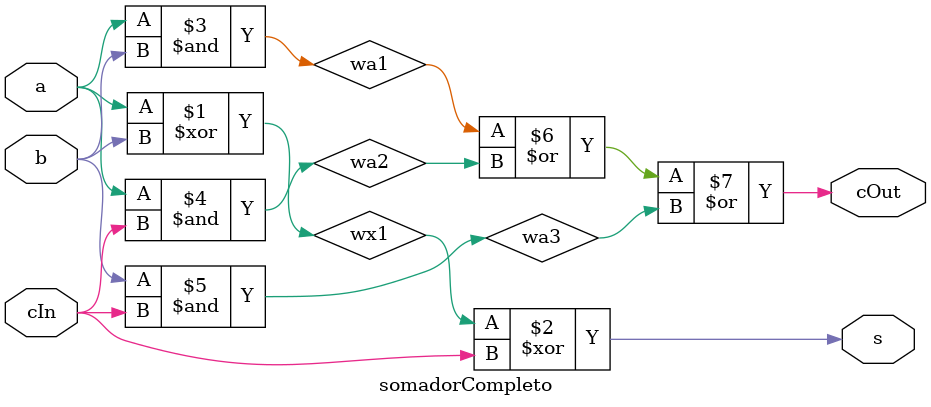
<source format=v>


module somadorCompleto(a, b, cIn, s, cOut);

input a, b; // bits a somar
input cIn; // carry in

output s; // soma
output cOut; // carry out

wire wx1, wa1, wa2, wa3;

xor(wx1, a, b);
xor(s, wx1, cIn);

and(wa1, a, b);
and(wa2, a, cIn);
and(wa3, b, cIn);

or(cOut, wa1, wa2, wa3);

endmodule

</source>
